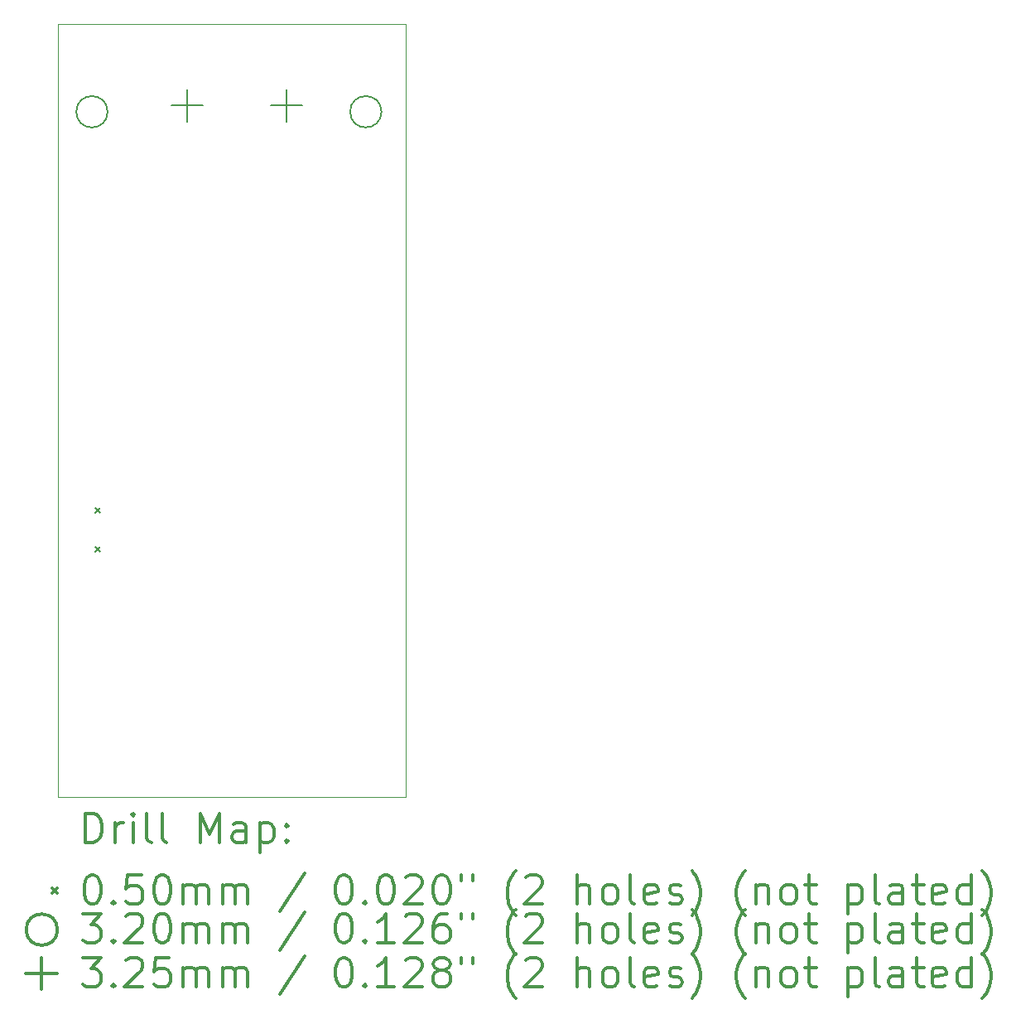
<source format=gbr>
%FSLAX45Y45*%
G04 Gerber Fmt 4.5, Leading zero omitted, Abs format (unit mm)*
G04 Created by KiCad (PCBNEW (5.1.7)-1) date 2021-04-23 15:20:27*
%MOMM*%
%LPD*%
G01*
G04 APERTURE LIST*
%TA.AperFunction,Profile*%
%ADD10C,0.050000*%
%TD*%
%ADD11C,0.200000*%
%ADD12C,0.300000*%
G04 APERTURE END LIST*
D10*
X6600000Y-6530000D02*
X6600000Y-7075000D01*
X10160000Y-7075000D02*
X10160000Y-6530000D01*
X10160000Y-6530000D02*
X10100000Y-6530000D01*
X10100000Y-14425000D02*
X10160000Y-14425000D01*
X6600000Y-6530000D02*
X10100000Y-6530000D01*
X6600000Y-14425000D02*
X10100000Y-14425000D01*
X10160000Y-14425000D02*
X10160000Y-7075000D01*
X6600000Y-7075000D02*
X6600000Y-14425000D01*
D11*
X6985000Y-11475000D02*
X7035000Y-11525000D01*
X7035000Y-11475000D02*
X6985000Y-11525000D01*
X6985000Y-11875000D02*
X7035000Y-11925000D01*
X7035000Y-11875000D02*
X6985000Y-11925000D01*
X7110000Y-7425000D02*
G75*
G03*
X7110000Y-7425000I-160000J0D01*
G01*
X9910000Y-7425000D02*
G75*
G03*
X9910000Y-7425000I-160000J0D01*
G01*
X7925000Y-7198500D02*
X7925000Y-7523500D01*
X7762500Y-7361000D02*
X8087500Y-7361000D01*
X8941000Y-7198500D02*
X8941000Y-7523500D01*
X8778500Y-7361000D02*
X9103500Y-7361000D01*
D12*
X6883928Y-14893214D02*
X6883928Y-14593214D01*
X6955357Y-14593214D01*
X6998214Y-14607500D01*
X7026786Y-14636071D01*
X7041071Y-14664643D01*
X7055357Y-14721786D01*
X7055357Y-14764643D01*
X7041071Y-14821786D01*
X7026786Y-14850357D01*
X6998214Y-14878929D01*
X6955357Y-14893214D01*
X6883928Y-14893214D01*
X7183928Y-14893214D02*
X7183928Y-14693214D01*
X7183928Y-14750357D02*
X7198214Y-14721786D01*
X7212500Y-14707500D01*
X7241071Y-14693214D01*
X7269643Y-14693214D01*
X7369643Y-14893214D02*
X7369643Y-14693214D01*
X7369643Y-14593214D02*
X7355357Y-14607500D01*
X7369643Y-14621786D01*
X7383928Y-14607500D01*
X7369643Y-14593214D01*
X7369643Y-14621786D01*
X7555357Y-14893214D02*
X7526786Y-14878929D01*
X7512500Y-14850357D01*
X7512500Y-14593214D01*
X7712500Y-14893214D02*
X7683928Y-14878929D01*
X7669643Y-14850357D01*
X7669643Y-14593214D01*
X8055357Y-14893214D02*
X8055357Y-14593214D01*
X8155357Y-14807500D01*
X8255357Y-14593214D01*
X8255357Y-14893214D01*
X8526786Y-14893214D02*
X8526786Y-14736071D01*
X8512500Y-14707500D01*
X8483928Y-14693214D01*
X8426786Y-14693214D01*
X8398214Y-14707500D01*
X8526786Y-14878929D02*
X8498214Y-14893214D01*
X8426786Y-14893214D01*
X8398214Y-14878929D01*
X8383928Y-14850357D01*
X8383928Y-14821786D01*
X8398214Y-14793214D01*
X8426786Y-14778929D01*
X8498214Y-14778929D01*
X8526786Y-14764643D01*
X8669643Y-14693214D02*
X8669643Y-14993214D01*
X8669643Y-14707500D02*
X8698214Y-14693214D01*
X8755357Y-14693214D01*
X8783928Y-14707500D01*
X8798214Y-14721786D01*
X8812500Y-14750357D01*
X8812500Y-14836071D01*
X8798214Y-14864643D01*
X8783928Y-14878929D01*
X8755357Y-14893214D01*
X8698214Y-14893214D01*
X8669643Y-14878929D01*
X8941071Y-14864643D02*
X8955357Y-14878929D01*
X8941071Y-14893214D01*
X8926786Y-14878929D01*
X8941071Y-14864643D01*
X8941071Y-14893214D01*
X8941071Y-14707500D02*
X8955357Y-14721786D01*
X8941071Y-14736071D01*
X8926786Y-14721786D01*
X8941071Y-14707500D01*
X8941071Y-14736071D01*
X6547500Y-15362500D02*
X6597500Y-15412500D01*
X6597500Y-15362500D02*
X6547500Y-15412500D01*
X6941071Y-15223214D02*
X6969643Y-15223214D01*
X6998214Y-15237500D01*
X7012500Y-15251786D01*
X7026786Y-15280357D01*
X7041071Y-15337500D01*
X7041071Y-15408929D01*
X7026786Y-15466071D01*
X7012500Y-15494643D01*
X6998214Y-15508929D01*
X6969643Y-15523214D01*
X6941071Y-15523214D01*
X6912500Y-15508929D01*
X6898214Y-15494643D01*
X6883928Y-15466071D01*
X6869643Y-15408929D01*
X6869643Y-15337500D01*
X6883928Y-15280357D01*
X6898214Y-15251786D01*
X6912500Y-15237500D01*
X6941071Y-15223214D01*
X7169643Y-15494643D02*
X7183928Y-15508929D01*
X7169643Y-15523214D01*
X7155357Y-15508929D01*
X7169643Y-15494643D01*
X7169643Y-15523214D01*
X7455357Y-15223214D02*
X7312500Y-15223214D01*
X7298214Y-15366071D01*
X7312500Y-15351786D01*
X7341071Y-15337500D01*
X7412500Y-15337500D01*
X7441071Y-15351786D01*
X7455357Y-15366071D01*
X7469643Y-15394643D01*
X7469643Y-15466071D01*
X7455357Y-15494643D01*
X7441071Y-15508929D01*
X7412500Y-15523214D01*
X7341071Y-15523214D01*
X7312500Y-15508929D01*
X7298214Y-15494643D01*
X7655357Y-15223214D02*
X7683928Y-15223214D01*
X7712500Y-15237500D01*
X7726786Y-15251786D01*
X7741071Y-15280357D01*
X7755357Y-15337500D01*
X7755357Y-15408929D01*
X7741071Y-15466071D01*
X7726786Y-15494643D01*
X7712500Y-15508929D01*
X7683928Y-15523214D01*
X7655357Y-15523214D01*
X7626786Y-15508929D01*
X7612500Y-15494643D01*
X7598214Y-15466071D01*
X7583928Y-15408929D01*
X7583928Y-15337500D01*
X7598214Y-15280357D01*
X7612500Y-15251786D01*
X7626786Y-15237500D01*
X7655357Y-15223214D01*
X7883928Y-15523214D02*
X7883928Y-15323214D01*
X7883928Y-15351786D02*
X7898214Y-15337500D01*
X7926786Y-15323214D01*
X7969643Y-15323214D01*
X7998214Y-15337500D01*
X8012500Y-15366071D01*
X8012500Y-15523214D01*
X8012500Y-15366071D02*
X8026786Y-15337500D01*
X8055357Y-15323214D01*
X8098214Y-15323214D01*
X8126786Y-15337500D01*
X8141071Y-15366071D01*
X8141071Y-15523214D01*
X8283928Y-15523214D02*
X8283928Y-15323214D01*
X8283928Y-15351786D02*
X8298214Y-15337500D01*
X8326786Y-15323214D01*
X8369643Y-15323214D01*
X8398214Y-15337500D01*
X8412500Y-15366071D01*
X8412500Y-15523214D01*
X8412500Y-15366071D02*
X8426786Y-15337500D01*
X8455357Y-15323214D01*
X8498214Y-15323214D01*
X8526786Y-15337500D01*
X8541071Y-15366071D01*
X8541071Y-15523214D01*
X9126786Y-15208929D02*
X8869643Y-15594643D01*
X9512500Y-15223214D02*
X9541071Y-15223214D01*
X9569643Y-15237500D01*
X9583928Y-15251786D01*
X9598214Y-15280357D01*
X9612500Y-15337500D01*
X9612500Y-15408929D01*
X9598214Y-15466071D01*
X9583928Y-15494643D01*
X9569643Y-15508929D01*
X9541071Y-15523214D01*
X9512500Y-15523214D01*
X9483928Y-15508929D01*
X9469643Y-15494643D01*
X9455357Y-15466071D01*
X9441071Y-15408929D01*
X9441071Y-15337500D01*
X9455357Y-15280357D01*
X9469643Y-15251786D01*
X9483928Y-15237500D01*
X9512500Y-15223214D01*
X9741071Y-15494643D02*
X9755357Y-15508929D01*
X9741071Y-15523214D01*
X9726786Y-15508929D01*
X9741071Y-15494643D01*
X9741071Y-15523214D01*
X9941071Y-15223214D02*
X9969643Y-15223214D01*
X9998214Y-15237500D01*
X10012500Y-15251786D01*
X10026786Y-15280357D01*
X10041071Y-15337500D01*
X10041071Y-15408929D01*
X10026786Y-15466071D01*
X10012500Y-15494643D01*
X9998214Y-15508929D01*
X9969643Y-15523214D01*
X9941071Y-15523214D01*
X9912500Y-15508929D01*
X9898214Y-15494643D01*
X9883928Y-15466071D01*
X9869643Y-15408929D01*
X9869643Y-15337500D01*
X9883928Y-15280357D01*
X9898214Y-15251786D01*
X9912500Y-15237500D01*
X9941071Y-15223214D01*
X10155357Y-15251786D02*
X10169643Y-15237500D01*
X10198214Y-15223214D01*
X10269643Y-15223214D01*
X10298214Y-15237500D01*
X10312500Y-15251786D01*
X10326786Y-15280357D01*
X10326786Y-15308929D01*
X10312500Y-15351786D01*
X10141071Y-15523214D01*
X10326786Y-15523214D01*
X10512500Y-15223214D02*
X10541071Y-15223214D01*
X10569643Y-15237500D01*
X10583928Y-15251786D01*
X10598214Y-15280357D01*
X10612500Y-15337500D01*
X10612500Y-15408929D01*
X10598214Y-15466071D01*
X10583928Y-15494643D01*
X10569643Y-15508929D01*
X10541071Y-15523214D01*
X10512500Y-15523214D01*
X10483928Y-15508929D01*
X10469643Y-15494643D01*
X10455357Y-15466071D01*
X10441071Y-15408929D01*
X10441071Y-15337500D01*
X10455357Y-15280357D01*
X10469643Y-15251786D01*
X10483928Y-15237500D01*
X10512500Y-15223214D01*
X10726786Y-15223214D02*
X10726786Y-15280357D01*
X10841071Y-15223214D02*
X10841071Y-15280357D01*
X11283928Y-15637500D02*
X11269643Y-15623214D01*
X11241071Y-15580357D01*
X11226786Y-15551786D01*
X11212500Y-15508929D01*
X11198214Y-15437500D01*
X11198214Y-15380357D01*
X11212500Y-15308929D01*
X11226786Y-15266071D01*
X11241071Y-15237500D01*
X11269643Y-15194643D01*
X11283928Y-15180357D01*
X11383928Y-15251786D02*
X11398214Y-15237500D01*
X11426786Y-15223214D01*
X11498214Y-15223214D01*
X11526786Y-15237500D01*
X11541071Y-15251786D01*
X11555357Y-15280357D01*
X11555357Y-15308929D01*
X11541071Y-15351786D01*
X11369643Y-15523214D01*
X11555357Y-15523214D01*
X11912500Y-15523214D02*
X11912500Y-15223214D01*
X12041071Y-15523214D02*
X12041071Y-15366071D01*
X12026786Y-15337500D01*
X11998214Y-15323214D01*
X11955357Y-15323214D01*
X11926786Y-15337500D01*
X11912500Y-15351786D01*
X12226786Y-15523214D02*
X12198214Y-15508929D01*
X12183928Y-15494643D01*
X12169643Y-15466071D01*
X12169643Y-15380357D01*
X12183928Y-15351786D01*
X12198214Y-15337500D01*
X12226786Y-15323214D01*
X12269643Y-15323214D01*
X12298214Y-15337500D01*
X12312500Y-15351786D01*
X12326786Y-15380357D01*
X12326786Y-15466071D01*
X12312500Y-15494643D01*
X12298214Y-15508929D01*
X12269643Y-15523214D01*
X12226786Y-15523214D01*
X12498214Y-15523214D02*
X12469643Y-15508929D01*
X12455357Y-15480357D01*
X12455357Y-15223214D01*
X12726786Y-15508929D02*
X12698214Y-15523214D01*
X12641071Y-15523214D01*
X12612500Y-15508929D01*
X12598214Y-15480357D01*
X12598214Y-15366071D01*
X12612500Y-15337500D01*
X12641071Y-15323214D01*
X12698214Y-15323214D01*
X12726786Y-15337500D01*
X12741071Y-15366071D01*
X12741071Y-15394643D01*
X12598214Y-15423214D01*
X12855357Y-15508929D02*
X12883928Y-15523214D01*
X12941071Y-15523214D01*
X12969643Y-15508929D01*
X12983928Y-15480357D01*
X12983928Y-15466071D01*
X12969643Y-15437500D01*
X12941071Y-15423214D01*
X12898214Y-15423214D01*
X12869643Y-15408929D01*
X12855357Y-15380357D01*
X12855357Y-15366071D01*
X12869643Y-15337500D01*
X12898214Y-15323214D01*
X12941071Y-15323214D01*
X12969643Y-15337500D01*
X13083928Y-15637500D02*
X13098214Y-15623214D01*
X13126786Y-15580357D01*
X13141071Y-15551786D01*
X13155357Y-15508929D01*
X13169643Y-15437500D01*
X13169643Y-15380357D01*
X13155357Y-15308929D01*
X13141071Y-15266071D01*
X13126786Y-15237500D01*
X13098214Y-15194643D01*
X13083928Y-15180357D01*
X13626786Y-15637500D02*
X13612500Y-15623214D01*
X13583928Y-15580357D01*
X13569643Y-15551786D01*
X13555357Y-15508929D01*
X13541071Y-15437500D01*
X13541071Y-15380357D01*
X13555357Y-15308929D01*
X13569643Y-15266071D01*
X13583928Y-15237500D01*
X13612500Y-15194643D01*
X13626786Y-15180357D01*
X13741071Y-15323214D02*
X13741071Y-15523214D01*
X13741071Y-15351786D02*
X13755357Y-15337500D01*
X13783928Y-15323214D01*
X13826786Y-15323214D01*
X13855357Y-15337500D01*
X13869643Y-15366071D01*
X13869643Y-15523214D01*
X14055357Y-15523214D02*
X14026786Y-15508929D01*
X14012500Y-15494643D01*
X13998214Y-15466071D01*
X13998214Y-15380357D01*
X14012500Y-15351786D01*
X14026786Y-15337500D01*
X14055357Y-15323214D01*
X14098214Y-15323214D01*
X14126786Y-15337500D01*
X14141071Y-15351786D01*
X14155357Y-15380357D01*
X14155357Y-15466071D01*
X14141071Y-15494643D01*
X14126786Y-15508929D01*
X14098214Y-15523214D01*
X14055357Y-15523214D01*
X14241071Y-15323214D02*
X14355357Y-15323214D01*
X14283928Y-15223214D02*
X14283928Y-15480357D01*
X14298214Y-15508929D01*
X14326786Y-15523214D01*
X14355357Y-15523214D01*
X14683928Y-15323214D02*
X14683928Y-15623214D01*
X14683928Y-15337500D02*
X14712500Y-15323214D01*
X14769643Y-15323214D01*
X14798214Y-15337500D01*
X14812500Y-15351786D01*
X14826786Y-15380357D01*
X14826786Y-15466071D01*
X14812500Y-15494643D01*
X14798214Y-15508929D01*
X14769643Y-15523214D01*
X14712500Y-15523214D01*
X14683928Y-15508929D01*
X14998214Y-15523214D02*
X14969643Y-15508929D01*
X14955357Y-15480357D01*
X14955357Y-15223214D01*
X15241071Y-15523214D02*
X15241071Y-15366071D01*
X15226786Y-15337500D01*
X15198214Y-15323214D01*
X15141071Y-15323214D01*
X15112500Y-15337500D01*
X15241071Y-15508929D02*
X15212500Y-15523214D01*
X15141071Y-15523214D01*
X15112500Y-15508929D01*
X15098214Y-15480357D01*
X15098214Y-15451786D01*
X15112500Y-15423214D01*
X15141071Y-15408929D01*
X15212500Y-15408929D01*
X15241071Y-15394643D01*
X15341071Y-15323214D02*
X15455357Y-15323214D01*
X15383928Y-15223214D02*
X15383928Y-15480357D01*
X15398214Y-15508929D01*
X15426786Y-15523214D01*
X15455357Y-15523214D01*
X15669643Y-15508929D02*
X15641071Y-15523214D01*
X15583928Y-15523214D01*
X15555357Y-15508929D01*
X15541071Y-15480357D01*
X15541071Y-15366071D01*
X15555357Y-15337500D01*
X15583928Y-15323214D01*
X15641071Y-15323214D01*
X15669643Y-15337500D01*
X15683928Y-15366071D01*
X15683928Y-15394643D01*
X15541071Y-15423214D01*
X15941071Y-15523214D02*
X15941071Y-15223214D01*
X15941071Y-15508929D02*
X15912500Y-15523214D01*
X15855357Y-15523214D01*
X15826786Y-15508929D01*
X15812500Y-15494643D01*
X15798214Y-15466071D01*
X15798214Y-15380357D01*
X15812500Y-15351786D01*
X15826786Y-15337500D01*
X15855357Y-15323214D01*
X15912500Y-15323214D01*
X15941071Y-15337500D01*
X16055357Y-15637500D02*
X16069643Y-15623214D01*
X16098214Y-15580357D01*
X16112500Y-15551786D01*
X16126786Y-15508929D01*
X16141071Y-15437500D01*
X16141071Y-15380357D01*
X16126786Y-15308929D01*
X16112500Y-15266071D01*
X16098214Y-15237500D01*
X16069643Y-15194643D01*
X16055357Y-15180357D01*
X6597500Y-15783500D02*
G75*
G03*
X6597500Y-15783500I-160000J0D01*
G01*
X6855357Y-15619214D02*
X7041071Y-15619214D01*
X6941071Y-15733500D01*
X6983928Y-15733500D01*
X7012500Y-15747786D01*
X7026786Y-15762071D01*
X7041071Y-15790643D01*
X7041071Y-15862071D01*
X7026786Y-15890643D01*
X7012500Y-15904929D01*
X6983928Y-15919214D01*
X6898214Y-15919214D01*
X6869643Y-15904929D01*
X6855357Y-15890643D01*
X7169643Y-15890643D02*
X7183928Y-15904929D01*
X7169643Y-15919214D01*
X7155357Y-15904929D01*
X7169643Y-15890643D01*
X7169643Y-15919214D01*
X7298214Y-15647786D02*
X7312500Y-15633500D01*
X7341071Y-15619214D01*
X7412500Y-15619214D01*
X7441071Y-15633500D01*
X7455357Y-15647786D01*
X7469643Y-15676357D01*
X7469643Y-15704929D01*
X7455357Y-15747786D01*
X7283928Y-15919214D01*
X7469643Y-15919214D01*
X7655357Y-15619214D02*
X7683928Y-15619214D01*
X7712500Y-15633500D01*
X7726786Y-15647786D01*
X7741071Y-15676357D01*
X7755357Y-15733500D01*
X7755357Y-15804929D01*
X7741071Y-15862071D01*
X7726786Y-15890643D01*
X7712500Y-15904929D01*
X7683928Y-15919214D01*
X7655357Y-15919214D01*
X7626786Y-15904929D01*
X7612500Y-15890643D01*
X7598214Y-15862071D01*
X7583928Y-15804929D01*
X7583928Y-15733500D01*
X7598214Y-15676357D01*
X7612500Y-15647786D01*
X7626786Y-15633500D01*
X7655357Y-15619214D01*
X7883928Y-15919214D02*
X7883928Y-15719214D01*
X7883928Y-15747786D02*
X7898214Y-15733500D01*
X7926786Y-15719214D01*
X7969643Y-15719214D01*
X7998214Y-15733500D01*
X8012500Y-15762071D01*
X8012500Y-15919214D01*
X8012500Y-15762071D02*
X8026786Y-15733500D01*
X8055357Y-15719214D01*
X8098214Y-15719214D01*
X8126786Y-15733500D01*
X8141071Y-15762071D01*
X8141071Y-15919214D01*
X8283928Y-15919214D02*
X8283928Y-15719214D01*
X8283928Y-15747786D02*
X8298214Y-15733500D01*
X8326786Y-15719214D01*
X8369643Y-15719214D01*
X8398214Y-15733500D01*
X8412500Y-15762071D01*
X8412500Y-15919214D01*
X8412500Y-15762071D02*
X8426786Y-15733500D01*
X8455357Y-15719214D01*
X8498214Y-15719214D01*
X8526786Y-15733500D01*
X8541071Y-15762071D01*
X8541071Y-15919214D01*
X9126786Y-15604929D02*
X8869643Y-15990643D01*
X9512500Y-15619214D02*
X9541071Y-15619214D01*
X9569643Y-15633500D01*
X9583928Y-15647786D01*
X9598214Y-15676357D01*
X9612500Y-15733500D01*
X9612500Y-15804929D01*
X9598214Y-15862071D01*
X9583928Y-15890643D01*
X9569643Y-15904929D01*
X9541071Y-15919214D01*
X9512500Y-15919214D01*
X9483928Y-15904929D01*
X9469643Y-15890643D01*
X9455357Y-15862071D01*
X9441071Y-15804929D01*
X9441071Y-15733500D01*
X9455357Y-15676357D01*
X9469643Y-15647786D01*
X9483928Y-15633500D01*
X9512500Y-15619214D01*
X9741071Y-15890643D02*
X9755357Y-15904929D01*
X9741071Y-15919214D01*
X9726786Y-15904929D01*
X9741071Y-15890643D01*
X9741071Y-15919214D01*
X10041071Y-15919214D02*
X9869643Y-15919214D01*
X9955357Y-15919214D02*
X9955357Y-15619214D01*
X9926786Y-15662071D01*
X9898214Y-15690643D01*
X9869643Y-15704929D01*
X10155357Y-15647786D02*
X10169643Y-15633500D01*
X10198214Y-15619214D01*
X10269643Y-15619214D01*
X10298214Y-15633500D01*
X10312500Y-15647786D01*
X10326786Y-15676357D01*
X10326786Y-15704929D01*
X10312500Y-15747786D01*
X10141071Y-15919214D01*
X10326786Y-15919214D01*
X10583928Y-15619214D02*
X10526786Y-15619214D01*
X10498214Y-15633500D01*
X10483928Y-15647786D01*
X10455357Y-15690643D01*
X10441071Y-15747786D01*
X10441071Y-15862071D01*
X10455357Y-15890643D01*
X10469643Y-15904929D01*
X10498214Y-15919214D01*
X10555357Y-15919214D01*
X10583928Y-15904929D01*
X10598214Y-15890643D01*
X10612500Y-15862071D01*
X10612500Y-15790643D01*
X10598214Y-15762071D01*
X10583928Y-15747786D01*
X10555357Y-15733500D01*
X10498214Y-15733500D01*
X10469643Y-15747786D01*
X10455357Y-15762071D01*
X10441071Y-15790643D01*
X10726786Y-15619214D02*
X10726786Y-15676357D01*
X10841071Y-15619214D02*
X10841071Y-15676357D01*
X11283928Y-16033500D02*
X11269643Y-16019214D01*
X11241071Y-15976357D01*
X11226786Y-15947786D01*
X11212500Y-15904929D01*
X11198214Y-15833500D01*
X11198214Y-15776357D01*
X11212500Y-15704929D01*
X11226786Y-15662071D01*
X11241071Y-15633500D01*
X11269643Y-15590643D01*
X11283928Y-15576357D01*
X11383928Y-15647786D02*
X11398214Y-15633500D01*
X11426786Y-15619214D01*
X11498214Y-15619214D01*
X11526786Y-15633500D01*
X11541071Y-15647786D01*
X11555357Y-15676357D01*
X11555357Y-15704929D01*
X11541071Y-15747786D01*
X11369643Y-15919214D01*
X11555357Y-15919214D01*
X11912500Y-15919214D02*
X11912500Y-15619214D01*
X12041071Y-15919214D02*
X12041071Y-15762071D01*
X12026786Y-15733500D01*
X11998214Y-15719214D01*
X11955357Y-15719214D01*
X11926786Y-15733500D01*
X11912500Y-15747786D01*
X12226786Y-15919214D02*
X12198214Y-15904929D01*
X12183928Y-15890643D01*
X12169643Y-15862071D01*
X12169643Y-15776357D01*
X12183928Y-15747786D01*
X12198214Y-15733500D01*
X12226786Y-15719214D01*
X12269643Y-15719214D01*
X12298214Y-15733500D01*
X12312500Y-15747786D01*
X12326786Y-15776357D01*
X12326786Y-15862071D01*
X12312500Y-15890643D01*
X12298214Y-15904929D01*
X12269643Y-15919214D01*
X12226786Y-15919214D01*
X12498214Y-15919214D02*
X12469643Y-15904929D01*
X12455357Y-15876357D01*
X12455357Y-15619214D01*
X12726786Y-15904929D02*
X12698214Y-15919214D01*
X12641071Y-15919214D01*
X12612500Y-15904929D01*
X12598214Y-15876357D01*
X12598214Y-15762071D01*
X12612500Y-15733500D01*
X12641071Y-15719214D01*
X12698214Y-15719214D01*
X12726786Y-15733500D01*
X12741071Y-15762071D01*
X12741071Y-15790643D01*
X12598214Y-15819214D01*
X12855357Y-15904929D02*
X12883928Y-15919214D01*
X12941071Y-15919214D01*
X12969643Y-15904929D01*
X12983928Y-15876357D01*
X12983928Y-15862071D01*
X12969643Y-15833500D01*
X12941071Y-15819214D01*
X12898214Y-15819214D01*
X12869643Y-15804929D01*
X12855357Y-15776357D01*
X12855357Y-15762071D01*
X12869643Y-15733500D01*
X12898214Y-15719214D01*
X12941071Y-15719214D01*
X12969643Y-15733500D01*
X13083928Y-16033500D02*
X13098214Y-16019214D01*
X13126786Y-15976357D01*
X13141071Y-15947786D01*
X13155357Y-15904929D01*
X13169643Y-15833500D01*
X13169643Y-15776357D01*
X13155357Y-15704929D01*
X13141071Y-15662071D01*
X13126786Y-15633500D01*
X13098214Y-15590643D01*
X13083928Y-15576357D01*
X13626786Y-16033500D02*
X13612500Y-16019214D01*
X13583928Y-15976357D01*
X13569643Y-15947786D01*
X13555357Y-15904929D01*
X13541071Y-15833500D01*
X13541071Y-15776357D01*
X13555357Y-15704929D01*
X13569643Y-15662071D01*
X13583928Y-15633500D01*
X13612500Y-15590643D01*
X13626786Y-15576357D01*
X13741071Y-15719214D02*
X13741071Y-15919214D01*
X13741071Y-15747786D02*
X13755357Y-15733500D01*
X13783928Y-15719214D01*
X13826786Y-15719214D01*
X13855357Y-15733500D01*
X13869643Y-15762071D01*
X13869643Y-15919214D01*
X14055357Y-15919214D02*
X14026786Y-15904929D01*
X14012500Y-15890643D01*
X13998214Y-15862071D01*
X13998214Y-15776357D01*
X14012500Y-15747786D01*
X14026786Y-15733500D01*
X14055357Y-15719214D01*
X14098214Y-15719214D01*
X14126786Y-15733500D01*
X14141071Y-15747786D01*
X14155357Y-15776357D01*
X14155357Y-15862071D01*
X14141071Y-15890643D01*
X14126786Y-15904929D01*
X14098214Y-15919214D01*
X14055357Y-15919214D01*
X14241071Y-15719214D02*
X14355357Y-15719214D01*
X14283928Y-15619214D02*
X14283928Y-15876357D01*
X14298214Y-15904929D01*
X14326786Y-15919214D01*
X14355357Y-15919214D01*
X14683928Y-15719214D02*
X14683928Y-16019214D01*
X14683928Y-15733500D02*
X14712500Y-15719214D01*
X14769643Y-15719214D01*
X14798214Y-15733500D01*
X14812500Y-15747786D01*
X14826786Y-15776357D01*
X14826786Y-15862071D01*
X14812500Y-15890643D01*
X14798214Y-15904929D01*
X14769643Y-15919214D01*
X14712500Y-15919214D01*
X14683928Y-15904929D01*
X14998214Y-15919214D02*
X14969643Y-15904929D01*
X14955357Y-15876357D01*
X14955357Y-15619214D01*
X15241071Y-15919214D02*
X15241071Y-15762071D01*
X15226786Y-15733500D01*
X15198214Y-15719214D01*
X15141071Y-15719214D01*
X15112500Y-15733500D01*
X15241071Y-15904929D02*
X15212500Y-15919214D01*
X15141071Y-15919214D01*
X15112500Y-15904929D01*
X15098214Y-15876357D01*
X15098214Y-15847786D01*
X15112500Y-15819214D01*
X15141071Y-15804929D01*
X15212500Y-15804929D01*
X15241071Y-15790643D01*
X15341071Y-15719214D02*
X15455357Y-15719214D01*
X15383928Y-15619214D02*
X15383928Y-15876357D01*
X15398214Y-15904929D01*
X15426786Y-15919214D01*
X15455357Y-15919214D01*
X15669643Y-15904929D02*
X15641071Y-15919214D01*
X15583928Y-15919214D01*
X15555357Y-15904929D01*
X15541071Y-15876357D01*
X15541071Y-15762071D01*
X15555357Y-15733500D01*
X15583928Y-15719214D01*
X15641071Y-15719214D01*
X15669643Y-15733500D01*
X15683928Y-15762071D01*
X15683928Y-15790643D01*
X15541071Y-15819214D01*
X15941071Y-15919214D02*
X15941071Y-15619214D01*
X15941071Y-15904929D02*
X15912500Y-15919214D01*
X15855357Y-15919214D01*
X15826786Y-15904929D01*
X15812500Y-15890643D01*
X15798214Y-15862071D01*
X15798214Y-15776357D01*
X15812500Y-15747786D01*
X15826786Y-15733500D01*
X15855357Y-15719214D01*
X15912500Y-15719214D01*
X15941071Y-15733500D01*
X16055357Y-16033500D02*
X16069643Y-16019214D01*
X16098214Y-15976357D01*
X16112500Y-15947786D01*
X16126786Y-15904929D01*
X16141071Y-15833500D01*
X16141071Y-15776357D01*
X16126786Y-15704929D01*
X16112500Y-15662071D01*
X16098214Y-15633500D01*
X16069643Y-15590643D01*
X16055357Y-15576357D01*
X6435000Y-16071000D02*
X6435000Y-16396000D01*
X6272500Y-16233500D02*
X6597500Y-16233500D01*
X6855357Y-16069214D02*
X7041071Y-16069214D01*
X6941071Y-16183500D01*
X6983928Y-16183500D01*
X7012500Y-16197786D01*
X7026786Y-16212071D01*
X7041071Y-16240643D01*
X7041071Y-16312071D01*
X7026786Y-16340643D01*
X7012500Y-16354929D01*
X6983928Y-16369214D01*
X6898214Y-16369214D01*
X6869643Y-16354929D01*
X6855357Y-16340643D01*
X7169643Y-16340643D02*
X7183928Y-16354929D01*
X7169643Y-16369214D01*
X7155357Y-16354929D01*
X7169643Y-16340643D01*
X7169643Y-16369214D01*
X7298214Y-16097786D02*
X7312500Y-16083500D01*
X7341071Y-16069214D01*
X7412500Y-16069214D01*
X7441071Y-16083500D01*
X7455357Y-16097786D01*
X7469643Y-16126357D01*
X7469643Y-16154929D01*
X7455357Y-16197786D01*
X7283928Y-16369214D01*
X7469643Y-16369214D01*
X7741071Y-16069214D02*
X7598214Y-16069214D01*
X7583928Y-16212071D01*
X7598214Y-16197786D01*
X7626786Y-16183500D01*
X7698214Y-16183500D01*
X7726786Y-16197786D01*
X7741071Y-16212071D01*
X7755357Y-16240643D01*
X7755357Y-16312071D01*
X7741071Y-16340643D01*
X7726786Y-16354929D01*
X7698214Y-16369214D01*
X7626786Y-16369214D01*
X7598214Y-16354929D01*
X7583928Y-16340643D01*
X7883928Y-16369214D02*
X7883928Y-16169214D01*
X7883928Y-16197786D02*
X7898214Y-16183500D01*
X7926786Y-16169214D01*
X7969643Y-16169214D01*
X7998214Y-16183500D01*
X8012500Y-16212071D01*
X8012500Y-16369214D01*
X8012500Y-16212071D02*
X8026786Y-16183500D01*
X8055357Y-16169214D01*
X8098214Y-16169214D01*
X8126786Y-16183500D01*
X8141071Y-16212071D01*
X8141071Y-16369214D01*
X8283928Y-16369214D02*
X8283928Y-16169214D01*
X8283928Y-16197786D02*
X8298214Y-16183500D01*
X8326786Y-16169214D01*
X8369643Y-16169214D01*
X8398214Y-16183500D01*
X8412500Y-16212071D01*
X8412500Y-16369214D01*
X8412500Y-16212071D02*
X8426786Y-16183500D01*
X8455357Y-16169214D01*
X8498214Y-16169214D01*
X8526786Y-16183500D01*
X8541071Y-16212071D01*
X8541071Y-16369214D01*
X9126786Y-16054929D02*
X8869643Y-16440643D01*
X9512500Y-16069214D02*
X9541071Y-16069214D01*
X9569643Y-16083500D01*
X9583928Y-16097786D01*
X9598214Y-16126357D01*
X9612500Y-16183500D01*
X9612500Y-16254929D01*
X9598214Y-16312071D01*
X9583928Y-16340643D01*
X9569643Y-16354929D01*
X9541071Y-16369214D01*
X9512500Y-16369214D01*
X9483928Y-16354929D01*
X9469643Y-16340643D01*
X9455357Y-16312071D01*
X9441071Y-16254929D01*
X9441071Y-16183500D01*
X9455357Y-16126357D01*
X9469643Y-16097786D01*
X9483928Y-16083500D01*
X9512500Y-16069214D01*
X9741071Y-16340643D02*
X9755357Y-16354929D01*
X9741071Y-16369214D01*
X9726786Y-16354929D01*
X9741071Y-16340643D01*
X9741071Y-16369214D01*
X10041071Y-16369214D02*
X9869643Y-16369214D01*
X9955357Y-16369214D02*
X9955357Y-16069214D01*
X9926786Y-16112071D01*
X9898214Y-16140643D01*
X9869643Y-16154929D01*
X10155357Y-16097786D02*
X10169643Y-16083500D01*
X10198214Y-16069214D01*
X10269643Y-16069214D01*
X10298214Y-16083500D01*
X10312500Y-16097786D01*
X10326786Y-16126357D01*
X10326786Y-16154929D01*
X10312500Y-16197786D01*
X10141071Y-16369214D01*
X10326786Y-16369214D01*
X10498214Y-16197786D02*
X10469643Y-16183500D01*
X10455357Y-16169214D01*
X10441071Y-16140643D01*
X10441071Y-16126357D01*
X10455357Y-16097786D01*
X10469643Y-16083500D01*
X10498214Y-16069214D01*
X10555357Y-16069214D01*
X10583928Y-16083500D01*
X10598214Y-16097786D01*
X10612500Y-16126357D01*
X10612500Y-16140643D01*
X10598214Y-16169214D01*
X10583928Y-16183500D01*
X10555357Y-16197786D01*
X10498214Y-16197786D01*
X10469643Y-16212071D01*
X10455357Y-16226357D01*
X10441071Y-16254929D01*
X10441071Y-16312071D01*
X10455357Y-16340643D01*
X10469643Y-16354929D01*
X10498214Y-16369214D01*
X10555357Y-16369214D01*
X10583928Y-16354929D01*
X10598214Y-16340643D01*
X10612500Y-16312071D01*
X10612500Y-16254929D01*
X10598214Y-16226357D01*
X10583928Y-16212071D01*
X10555357Y-16197786D01*
X10726786Y-16069214D02*
X10726786Y-16126357D01*
X10841071Y-16069214D02*
X10841071Y-16126357D01*
X11283928Y-16483500D02*
X11269643Y-16469214D01*
X11241071Y-16426357D01*
X11226786Y-16397786D01*
X11212500Y-16354929D01*
X11198214Y-16283500D01*
X11198214Y-16226357D01*
X11212500Y-16154929D01*
X11226786Y-16112071D01*
X11241071Y-16083500D01*
X11269643Y-16040643D01*
X11283928Y-16026357D01*
X11383928Y-16097786D02*
X11398214Y-16083500D01*
X11426786Y-16069214D01*
X11498214Y-16069214D01*
X11526786Y-16083500D01*
X11541071Y-16097786D01*
X11555357Y-16126357D01*
X11555357Y-16154929D01*
X11541071Y-16197786D01*
X11369643Y-16369214D01*
X11555357Y-16369214D01*
X11912500Y-16369214D02*
X11912500Y-16069214D01*
X12041071Y-16369214D02*
X12041071Y-16212071D01*
X12026786Y-16183500D01*
X11998214Y-16169214D01*
X11955357Y-16169214D01*
X11926786Y-16183500D01*
X11912500Y-16197786D01*
X12226786Y-16369214D02*
X12198214Y-16354929D01*
X12183928Y-16340643D01*
X12169643Y-16312071D01*
X12169643Y-16226357D01*
X12183928Y-16197786D01*
X12198214Y-16183500D01*
X12226786Y-16169214D01*
X12269643Y-16169214D01*
X12298214Y-16183500D01*
X12312500Y-16197786D01*
X12326786Y-16226357D01*
X12326786Y-16312071D01*
X12312500Y-16340643D01*
X12298214Y-16354929D01*
X12269643Y-16369214D01*
X12226786Y-16369214D01*
X12498214Y-16369214D02*
X12469643Y-16354929D01*
X12455357Y-16326357D01*
X12455357Y-16069214D01*
X12726786Y-16354929D02*
X12698214Y-16369214D01*
X12641071Y-16369214D01*
X12612500Y-16354929D01*
X12598214Y-16326357D01*
X12598214Y-16212071D01*
X12612500Y-16183500D01*
X12641071Y-16169214D01*
X12698214Y-16169214D01*
X12726786Y-16183500D01*
X12741071Y-16212071D01*
X12741071Y-16240643D01*
X12598214Y-16269214D01*
X12855357Y-16354929D02*
X12883928Y-16369214D01*
X12941071Y-16369214D01*
X12969643Y-16354929D01*
X12983928Y-16326357D01*
X12983928Y-16312071D01*
X12969643Y-16283500D01*
X12941071Y-16269214D01*
X12898214Y-16269214D01*
X12869643Y-16254929D01*
X12855357Y-16226357D01*
X12855357Y-16212071D01*
X12869643Y-16183500D01*
X12898214Y-16169214D01*
X12941071Y-16169214D01*
X12969643Y-16183500D01*
X13083928Y-16483500D02*
X13098214Y-16469214D01*
X13126786Y-16426357D01*
X13141071Y-16397786D01*
X13155357Y-16354929D01*
X13169643Y-16283500D01*
X13169643Y-16226357D01*
X13155357Y-16154929D01*
X13141071Y-16112071D01*
X13126786Y-16083500D01*
X13098214Y-16040643D01*
X13083928Y-16026357D01*
X13626786Y-16483500D02*
X13612500Y-16469214D01*
X13583928Y-16426357D01*
X13569643Y-16397786D01*
X13555357Y-16354929D01*
X13541071Y-16283500D01*
X13541071Y-16226357D01*
X13555357Y-16154929D01*
X13569643Y-16112071D01*
X13583928Y-16083500D01*
X13612500Y-16040643D01*
X13626786Y-16026357D01*
X13741071Y-16169214D02*
X13741071Y-16369214D01*
X13741071Y-16197786D02*
X13755357Y-16183500D01*
X13783928Y-16169214D01*
X13826786Y-16169214D01*
X13855357Y-16183500D01*
X13869643Y-16212071D01*
X13869643Y-16369214D01*
X14055357Y-16369214D02*
X14026786Y-16354929D01*
X14012500Y-16340643D01*
X13998214Y-16312071D01*
X13998214Y-16226357D01*
X14012500Y-16197786D01*
X14026786Y-16183500D01*
X14055357Y-16169214D01*
X14098214Y-16169214D01*
X14126786Y-16183500D01*
X14141071Y-16197786D01*
X14155357Y-16226357D01*
X14155357Y-16312071D01*
X14141071Y-16340643D01*
X14126786Y-16354929D01*
X14098214Y-16369214D01*
X14055357Y-16369214D01*
X14241071Y-16169214D02*
X14355357Y-16169214D01*
X14283928Y-16069214D02*
X14283928Y-16326357D01*
X14298214Y-16354929D01*
X14326786Y-16369214D01*
X14355357Y-16369214D01*
X14683928Y-16169214D02*
X14683928Y-16469214D01*
X14683928Y-16183500D02*
X14712500Y-16169214D01*
X14769643Y-16169214D01*
X14798214Y-16183500D01*
X14812500Y-16197786D01*
X14826786Y-16226357D01*
X14826786Y-16312071D01*
X14812500Y-16340643D01*
X14798214Y-16354929D01*
X14769643Y-16369214D01*
X14712500Y-16369214D01*
X14683928Y-16354929D01*
X14998214Y-16369214D02*
X14969643Y-16354929D01*
X14955357Y-16326357D01*
X14955357Y-16069214D01*
X15241071Y-16369214D02*
X15241071Y-16212071D01*
X15226786Y-16183500D01*
X15198214Y-16169214D01*
X15141071Y-16169214D01*
X15112500Y-16183500D01*
X15241071Y-16354929D02*
X15212500Y-16369214D01*
X15141071Y-16369214D01*
X15112500Y-16354929D01*
X15098214Y-16326357D01*
X15098214Y-16297786D01*
X15112500Y-16269214D01*
X15141071Y-16254929D01*
X15212500Y-16254929D01*
X15241071Y-16240643D01*
X15341071Y-16169214D02*
X15455357Y-16169214D01*
X15383928Y-16069214D02*
X15383928Y-16326357D01*
X15398214Y-16354929D01*
X15426786Y-16369214D01*
X15455357Y-16369214D01*
X15669643Y-16354929D02*
X15641071Y-16369214D01*
X15583928Y-16369214D01*
X15555357Y-16354929D01*
X15541071Y-16326357D01*
X15541071Y-16212071D01*
X15555357Y-16183500D01*
X15583928Y-16169214D01*
X15641071Y-16169214D01*
X15669643Y-16183500D01*
X15683928Y-16212071D01*
X15683928Y-16240643D01*
X15541071Y-16269214D01*
X15941071Y-16369214D02*
X15941071Y-16069214D01*
X15941071Y-16354929D02*
X15912500Y-16369214D01*
X15855357Y-16369214D01*
X15826786Y-16354929D01*
X15812500Y-16340643D01*
X15798214Y-16312071D01*
X15798214Y-16226357D01*
X15812500Y-16197786D01*
X15826786Y-16183500D01*
X15855357Y-16169214D01*
X15912500Y-16169214D01*
X15941071Y-16183500D01*
X16055357Y-16483500D02*
X16069643Y-16469214D01*
X16098214Y-16426357D01*
X16112500Y-16397786D01*
X16126786Y-16354929D01*
X16141071Y-16283500D01*
X16141071Y-16226357D01*
X16126786Y-16154929D01*
X16112500Y-16112071D01*
X16098214Y-16083500D01*
X16069643Y-16040643D01*
X16055357Y-16026357D01*
M02*

</source>
